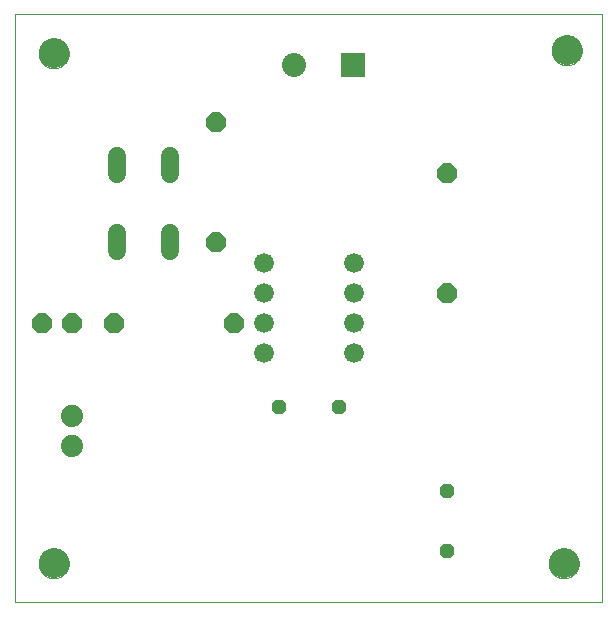
<source format=gbs>
G75*
%MOIN*%
%OFA0B0*%
%FSLAX25Y25*%
%IPPOS*%
%LPD*%
%AMOC8*
5,1,8,0,0,1.08239X$1,22.5*
%
%ADD10C,0.00000*%
%ADD11C,0.10000*%
%ADD12OC8,0.04800*%
%ADD13C,0.06600*%
%ADD14OC8,0.06600*%
%ADD15C,0.06000*%
%ADD16C,0.07400*%
%ADD17R,0.08000X0.08000*%
%ADD18C,0.08000*%
D10*
X0003000Y0003000D02*
X0003000Y0198961D01*
X0198701Y0198961D01*
X0198701Y0003000D01*
X0003000Y0003000D01*
X0011000Y0016000D02*
X0011002Y0016141D01*
X0011008Y0016282D01*
X0011018Y0016422D01*
X0011032Y0016562D01*
X0011050Y0016702D01*
X0011071Y0016841D01*
X0011097Y0016980D01*
X0011126Y0017118D01*
X0011160Y0017254D01*
X0011197Y0017390D01*
X0011238Y0017525D01*
X0011283Y0017659D01*
X0011332Y0017791D01*
X0011384Y0017922D01*
X0011440Y0018051D01*
X0011500Y0018178D01*
X0011563Y0018304D01*
X0011629Y0018428D01*
X0011700Y0018551D01*
X0011773Y0018671D01*
X0011850Y0018789D01*
X0011930Y0018905D01*
X0012014Y0019018D01*
X0012100Y0019129D01*
X0012190Y0019238D01*
X0012283Y0019344D01*
X0012378Y0019447D01*
X0012477Y0019548D01*
X0012578Y0019646D01*
X0012682Y0019741D01*
X0012789Y0019833D01*
X0012898Y0019922D01*
X0013010Y0020007D01*
X0013124Y0020090D01*
X0013240Y0020170D01*
X0013359Y0020246D01*
X0013480Y0020318D01*
X0013602Y0020388D01*
X0013727Y0020453D01*
X0013853Y0020516D01*
X0013981Y0020574D01*
X0014111Y0020629D01*
X0014242Y0020681D01*
X0014375Y0020728D01*
X0014509Y0020772D01*
X0014644Y0020813D01*
X0014780Y0020849D01*
X0014917Y0020881D01*
X0015055Y0020910D01*
X0015193Y0020935D01*
X0015333Y0020955D01*
X0015473Y0020972D01*
X0015613Y0020985D01*
X0015754Y0020994D01*
X0015894Y0020999D01*
X0016035Y0021000D01*
X0016176Y0020997D01*
X0016317Y0020990D01*
X0016457Y0020979D01*
X0016597Y0020964D01*
X0016737Y0020945D01*
X0016876Y0020923D01*
X0017014Y0020896D01*
X0017152Y0020866D01*
X0017288Y0020831D01*
X0017424Y0020793D01*
X0017558Y0020751D01*
X0017692Y0020705D01*
X0017824Y0020656D01*
X0017954Y0020602D01*
X0018083Y0020545D01*
X0018210Y0020485D01*
X0018336Y0020421D01*
X0018459Y0020353D01*
X0018581Y0020282D01*
X0018701Y0020208D01*
X0018818Y0020130D01*
X0018933Y0020049D01*
X0019046Y0019965D01*
X0019157Y0019878D01*
X0019265Y0019787D01*
X0019370Y0019694D01*
X0019473Y0019597D01*
X0019573Y0019498D01*
X0019670Y0019396D01*
X0019764Y0019291D01*
X0019855Y0019184D01*
X0019943Y0019074D01*
X0020028Y0018962D01*
X0020110Y0018847D01*
X0020189Y0018730D01*
X0020264Y0018611D01*
X0020336Y0018490D01*
X0020404Y0018367D01*
X0020469Y0018242D01*
X0020531Y0018115D01*
X0020588Y0017986D01*
X0020643Y0017856D01*
X0020693Y0017725D01*
X0020740Y0017592D01*
X0020783Y0017458D01*
X0020822Y0017322D01*
X0020857Y0017186D01*
X0020889Y0017049D01*
X0020916Y0016911D01*
X0020940Y0016772D01*
X0020960Y0016632D01*
X0020976Y0016492D01*
X0020988Y0016352D01*
X0020996Y0016211D01*
X0021000Y0016070D01*
X0021000Y0015930D01*
X0020996Y0015789D01*
X0020988Y0015648D01*
X0020976Y0015508D01*
X0020960Y0015368D01*
X0020940Y0015228D01*
X0020916Y0015089D01*
X0020889Y0014951D01*
X0020857Y0014814D01*
X0020822Y0014678D01*
X0020783Y0014542D01*
X0020740Y0014408D01*
X0020693Y0014275D01*
X0020643Y0014144D01*
X0020588Y0014014D01*
X0020531Y0013885D01*
X0020469Y0013758D01*
X0020404Y0013633D01*
X0020336Y0013510D01*
X0020264Y0013389D01*
X0020189Y0013270D01*
X0020110Y0013153D01*
X0020028Y0013038D01*
X0019943Y0012926D01*
X0019855Y0012816D01*
X0019764Y0012709D01*
X0019670Y0012604D01*
X0019573Y0012502D01*
X0019473Y0012403D01*
X0019370Y0012306D01*
X0019265Y0012213D01*
X0019157Y0012122D01*
X0019046Y0012035D01*
X0018933Y0011951D01*
X0018818Y0011870D01*
X0018701Y0011792D01*
X0018581Y0011718D01*
X0018459Y0011647D01*
X0018336Y0011579D01*
X0018210Y0011515D01*
X0018083Y0011455D01*
X0017954Y0011398D01*
X0017824Y0011344D01*
X0017692Y0011295D01*
X0017558Y0011249D01*
X0017424Y0011207D01*
X0017288Y0011169D01*
X0017152Y0011134D01*
X0017014Y0011104D01*
X0016876Y0011077D01*
X0016737Y0011055D01*
X0016597Y0011036D01*
X0016457Y0011021D01*
X0016317Y0011010D01*
X0016176Y0011003D01*
X0016035Y0011000D01*
X0015894Y0011001D01*
X0015754Y0011006D01*
X0015613Y0011015D01*
X0015473Y0011028D01*
X0015333Y0011045D01*
X0015193Y0011065D01*
X0015055Y0011090D01*
X0014917Y0011119D01*
X0014780Y0011151D01*
X0014644Y0011187D01*
X0014509Y0011228D01*
X0014375Y0011272D01*
X0014242Y0011319D01*
X0014111Y0011371D01*
X0013981Y0011426D01*
X0013853Y0011484D01*
X0013727Y0011547D01*
X0013602Y0011612D01*
X0013480Y0011682D01*
X0013359Y0011754D01*
X0013240Y0011830D01*
X0013124Y0011910D01*
X0013010Y0011993D01*
X0012898Y0012078D01*
X0012789Y0012167D01*
X0012682Y0012259D01*
X0012578Y0012354D01*
X0012477Y0012452D01*
X0012378Y0012553D01*
X0012283Y0012656D01*
X0012190Y0012762D01*
X0012100Y0012871D01*
X0012014Y0012982D01*
X0011930Y0013095D01*
X0011850Y0013211D01*
X0011773Y0013329D01*
X0011700Y0013449D01*
X0011629Y0013572D01*
X0011563Y0013696D01*
X0011500Y0013822D01*
X0011440Y0013949D01*
X0011384Y0014078D01*
X0011332Y0014209D01*
X0011283Y0014341D01*
X0011238Y0014475D01*
X0011197Y0014610D01*
X0011160Y0014746D01*
X0011126Y0014882D01*
X0011097Y0015020D01*
X0011071Y0015159D01*
X0011050Y0015298D01*
X0011032Y0015438D01*
X0011018Y0015578D01*
X0011008Y0015718D01*
X0011002Y0015859D01*
X0011000Y0016000D01*
X0011000Y0186000D02*
X0011002Y0186141D01*
X0011008Y0186282D01*
X0011018Y0186422D01*
X0011032Y0186562D01*
X0011050Y0186702D01*
X0011071Y0186841D01*
X0011097Y0186980D01*
X0011126Y0187118D01*
X0011160Y0187254D01*
X0011197Y0187390D01*
X0011238Y0187525D01*
X0011283Y0187659D01*
X0011332Y0187791D01*
X0011384Y0187922D01*
X0011440Y0188051D01*
X0011500Y0188178D01*
X0011563Y0188304D01*
X0011629Y0188428D01*
X0011700Y0188551D01*
X0011773Y0188671D01*
X0011850Y0188789D01*
X0011930Y0188905D01*
X0012014Y0189018D01*
X0012100Y0189129D01*
X0012190Y0189238D01*
X0012283Y0189344D01*
X0012378Y0189447D01*
X0012477Y0189548D01*
X0012578Y0189646D01*
X0012682Y0189741D01*
X0012789Y0189833D01*
X0012898Y0189922D01*
X0013010Y0190007D01*
X0013124Y0190090D01*
X0013240Y0190170D01*
X0013359Y0190246D01*
X0013480Y0190318D01*
X0013602Y0190388D01*
X0013727Y0190453D01*
X0013853Y0190516D01*
X0013981Y0190574D01*
X0014111Y0190629D01*
X0014242Y0190681D01*
X0014375Y0190728D01*
X0014509Y0190772D01*
X0014644Y0190813D01*
X0014780Y0190849D01*
X0014917Y0190881D01*
X0015055Y0190910D01*
X0015193Y0190935D01*
X0015333Y0190955D01*
X0015473Y0190972D01*
X0015613Y0190985D01*
X0015754Y0190994D01*
X0015894Y0190999D01*
X0016035Y0191000D01*
X0016176Y0190997D01*
X0016317Y0190990D01*
X0016457Y0190979D01*
X0016597Y0190964D01*
X0016737Y0190945D01*
X0016876Y0190923D01*
X0017014Y0190896D01*
X0017152Y0190866D01*
X0017288Y0190831D01*
X0017424Y0190793D01*
X0017558Y0190751D01*
X0017692Y0190705D01*
X0017824Y0190656D01*
X0017954Y0190602D01*
X0018083Y0190545D01*
X0018210Y0190485D01*
X0018336Y0190421D01*
X0018459Y0190353D01*
X0018581Y0190282D01*
X0018701Y0190208D01*
X0018818Y0190130D01*
X0018933Y0190049D01*
X0019046Y0189965D01*
X0019157Y0189878D01*
X0019265Y0189787D01*
X0019370Y0189694D01*
X0019473Y0189597D01*
X0019573Y0189498D01*
X0019670Y0189396D01*
X0019764Y0189291D01*
X0019855Y0189184D01*
X0019943Y0189074D01*
X0020028Y0188962D01*
X0020110Y0188847D01*
X0020189Y0188730D01*
X0020264Y0188611D01*
X0020336Y0188490D01*
X0020404Y0188367D01*
X0020469Y0188242D01*
X0020531Y0188115D01*
X0020588Y0187986D01*
X0020643Y0187856D01*
X0020693Y0187725D01*
X0020740Y0187592D01*
X0020783Y0187458D01*
X0020822Y0187322D01*
X0020857Y0187186D01*
X0020889Y0187049D01*
X0020916Y0186911D01*
X0020940Y0186772D01*
X0020960Y0186632D01*
X0020976Y0186492D01*
X0020988Y0186352D01*
X0020996Y0186211D01*
X0021000Y0186070D01*
X0021000Y0185930D01*
X0020996Y0185789D01*
X0020988Y0185648D01*
X0020976Y0185508D01*
X0020960Y0185368D01*
X0020940Y0185228D01*
X0020916Y0185089D01*
X0020889Y0184951D01*
X0020857Y0184814D01*
X0020822Y0184678D01*
X0020783Y0184542D01*
X0020740Y0184408D01*
X0020693Y0184275D01*
X0020643Y0184144D01*
X0020588Y0184014D01*
X0020531Y0183885D01*
X0020469Y0183758D01*
X0020404Y0183633D01*
X0020336Y0183510D01*
X0020264Y0183389D01*
X0020189Y0183270D01*
X0020110Y0183153D01*
X0020028Y0183038D01*
X0019943Y0182926D01*
X0019855Y0182816D01*
X0019764Y0182709D01*
X0019670Y0182604D01*
X0019573Y0182502D01*
X0019473Y0182403D01*
X0019370Y0182306D01*
X0019265Y0182213D01*
X0019157Y0182122D01*
X0019046Y0182035D01*
X0018933Y0181951D01*
X0018818Y0181870D01*
X0018701Y0181792D01*
X0018581Y0181718D01*
X0018459Y0181647D01*
X0018336Y0181579D01*
X0018210Y0181515D01*
X0018083Y0181455D01*
X0017954Y0181398D01*
X0017824Y0181344D01*
X0017692Y0181295D01*
X0017558Y0181249D01*
X0017424Y0181207D01*
X0017288Y0181169D01*
X0017152Y0181134D01*
X0017014Y0181104D01*
X0016876Y0181077D01*
X0016737Y0181055D01*
X0016597Y0181036D01*
X0016457Y0181021D01*
X0016317Y0181010D01*
X0016176Y0181003D01*
X0016035Y0181000D01*
X0015894Y0181001D01*
X0015754Y0181006D01*
X0015613Y0181015D01*
X0015473Y0181028D01*
X0015333Y0181045D01*
X0015193Y0181065D01*
X0015055Y0181090D01*
X0014917Y0181119D01*
X0014780Y0181151D01*
X0014644Y0181187D01*
X0014509Y0181228D01*
X0014375Y0181272D01*
X0014242Y0181319D01*
X0014111Y0181371D01*
X0013981Y0181426D01*
X0013853Y0181484D01*
X0013727Y0181547D01*
X0013602Y0181612D01*
X0013480Y0181682D01*
X0013359Y0181754D01*
X0013240Y0181830D01*
X0013124Y0181910D01*
X0013010Y0181993D01*
X0012898Y0182078D01*
X0012789Y0182167D01*
X0012682Y0182259D01*
X0012578Y0182354D01*
X0012477Y0182452D01*
X0012378Y0182553D01*
X0012283Y0182656D01*
X0012190Y0182762D01*
X0012100Y0182871D01*
X0012014Y0182982D01*
X0011930Y0183095D01*
X0011850Y0183211D01*
X0011773Y0183329D01*
X0011700Y0183449D01*
X0011629Y0183572D01*
X0011563Y0183696D01*
X0011500Y0183822D01*
X0011440Y0183949D01*
X0011384Y0184078D01*
X0011332Y0184209D01*
X0011283Y0184341D01*
X0011238Y0184475D01*
X0011197Y0184610D01*
X0011160Y0184746D01*
X0011126Y0184882D01*
X0011097Y0185020D01*
X0011071Y0185159D01*
X0011050Y0185298D01*
X0011032Y0185438D01*
X0011018Y0185578D01*
X0011008Y0185718D01*
X0011002Y0185859D01*
X0011000Y0186000D01*
X0182000Y0187000D02*
X0182002Y0187141D01*
X0182008Y0187282D01*
X0182018Y0187422D01*
X0182032Y0187562D01*
X0182050Y0187702D01*
X0182071Y0187841D01*
X0182097Y0187980D01*
X0182126Y0188118D01*
X0182160Y0188254D01*
X0182197Y0188390D01*
X0182238Y0188525D01*
X0182283Y0188659D01*
X0182332Y0188791D01*
X0182384Y0188922D01*
X0182440Y0189051D01*
X0182500Y0189178D01*
X0182563Y0189304D01*
X0182629Y0189428D01*
X0182700Y0189551D01*
X0182773Y0189671D01*
X0182850Y0189789D01*
X0182930Y0189905D01*
X0183014Y0190018D01*
X0183100Y0190129D01*
X0183190Y0190238D01*
X0183283Y0190344D01*
X0183378Y0190447D01*
X0183477Y0190548D01*
X0183578Y0190646D01*
X0183682Y0190741D01*
X0183789Y0190833D01*
X0183898Y0190922D01*
X0184010Y0191007D01*
X0184124Y0191090D01*
X0184240Y0191170D01*
X0184359Y0191246D01*
X0184480Y0191318D01*
X0184602Y0191388D01*
X0184727Y0191453D01*
X0184853Y0191516D01*
X0184981Y0191574D01*
X0185111Y0191629D01*
X0185242Y0191681D01*
X0185375Y0191728D01*
X0185509Y0191772D01*
X0185644Y0191813D01*
X0185780Y0191849D01*
X0185917Y0191881D01*
X0186055Y0191910D01*
X0186193Y0191935D01*
X0186333Y0191955D01*
X0186473Y0191972D01*
X0186613Y0191985D01*
X0186754Y0191994D01*
X0186894Y0191999D01*
X0187035Y0192000D01*
X0187176Y0191997D01*
X0187317Y0191990D01*
X0187457Y0191979D01*
X0187597Y0191964D01*
X0187737Y0191945D01*
X0187876Y0191923D01*
X0188014Y0191896D01*
X0188152Y0191866D01*
X0188288Y0191831D01*
X0188424Y0191793D01*
X0188558Y0191751D01*
X0188692Y0191705D01*
X0188824Y0191656D01*
X0188954Y0191602D01*
X0189083Y0191545D01*
X0189210Y0191485D01*
X0189336Y0191421D01*
X0189459Y0191353D01*
X0189581Y0191282D01*
X0189701Y0191208D01*
X0189818Y0191130D01*
X0189933Y0191049D01*
X0190046Y0190965D01*
X0190157Y0190878D01*
X0190265Y0190787D01*
X0190370Y0190694D01*
X0190473Y0190597D01*
X0190573Y0190498D01*
X0190670Y0190396D01*
X0190764Y0190291D01*
X0190855Y0190184D01*
X0190943Y0190074D01*
X0191028Y0189962D01*
X0191110Y0189847D01*
X0191189Y0189730D01*
X0191264Y0189611D01*
X0191336Y0189490D01*
X0191404Y0189367D01*
X0191469Y0189242D01*
X0191531Y0189115D01*
X0191588Y0188986D01*
X0191643Y0188856D01*
X0191693Y0188725D01*
X0191740Y0188592D01*
X0191783Y0188458D01*
X0191822Y0188322D01*
X0191857Y0188186D01*
X0191889Y0188049D01*
X0191916Y0187911D01*
X0191940Y0187772D01*
X0191960Y0187632D01*
X0191976Y0187492D01*
X0191988Y0187352D01*
X0191996Y0187211D01*
X0192000Y0187070D01*
X0192000Y0186930D01*
X0191996Y0186789D01*
X0191988Y0186648D01*
X0191976Y0186508D01*
X0191960Y0186368D01*
X0191940Y0186228D01*
X0191916Y0186089D01*
X0191889Y0185951D01*
X0191857Y0185814D01*
X0191822Y0185678D01*
X0191783Y0185542D01*
X0191740Y0185408D01*
X0191693Y0185275D01*
X0191643Y0185144D01*
X0191588Y0185014D01*
X0191531Y0184885D01*
X0191469Y0184758D01*
X0191404Y0184633D01*
X0191336Y0184510D01*
X0191264Y0184389D01*
X0191189Y0184270D01*
X0191110Y0184153D01*
X0191028Y0184038D01*
X0190943Y0183926D01*
X0190855Y0183816D01*
X0190764Y0183709D01*
X0190670Y0183604D01*
X0190573Y0183502D01*
X0190473Y0183403D01*
X0190370Y0183306D01*
X0190265Y0183213D01*
X0190157Y0183122D01*
X0190046Y0183035D01*
X0189933Y0182951D01*
X0189818Y0182870D01*
X0189701Y0182792D01*
X0189581Y0182718D01*
X0189459Y0182647D01*
X0189336Y0182579D01*
X0189210Y0182515D01*
X0189083Y0182455D01*
X0188954Y0182398D01*
X0188824Y0182344D01*
X0188692Y0182295D01*
X0188558Y0182249D01*
X0188424Y0182207D01*
X0188288Y0182169D01*
X0188152Y0182134D01*
X0188014Y0182104D01*
X0187876Y0182077D01*
X0187737Y0182055D01*
X0187597Y0182036D01*
X0187457Y0182021D01*
X0187317Y0182010D01*
X0187176Y0182003D01*
X0187035Y0182000D01*
X0186894Y0182001D01*
X0186754Y0182006D01*
X0186613Y0182015D01*
X0186473Y0182028D01*
X0186333Y0182045D01*
X0186193Y0182065D01*
X0186055Y0182090D01*
X0185917Y0182119D01*
X0185780Y0182151D01*
X0185644Y0182187D01*
X0185509Y0182228D01*
X0185375Y0182272D01*
X0185242Y0182319D01*
X0185111Y0182371D01*
X0184981Y0182426D01*
X0184853Y0182484D01*
X0184727Y0182547D01*
X0184602Y0182612D01*
X0184480Y0182682D01*
X0184359Y0182754D01*
X0184240Y0182830D01*
X0184124Y0182910D01*
X0184010Y0182993D01*
X0183898Y0183078D01*
X0183789Y0183167D01*
X0183682Y0183259D01*
X0183578Y0183354D01*
X0183477Y0183452D01*
X0183378Y0183553D01*
X0183283Y0183656D01*
X0183190Y0183762D01*
X0183100Y0183871D01*
X0183014Y0183982D01*
X0182930Y0184095D01*
X0182850Y0184211D01*
X0182773Y0184329D01*
X0182700Y0184449D01*
X0182629Y0184572D01*
X0182563Y0184696D01*
X0182500Y0184822D01*
X0182440Y0184949D01*
X0182384Y0185078D01*
X0182332Y0185209D01*
X0182283Y0185341D01*
X0182238Y0185475D01*
X0182197Y0185610D01*
X0182160Y0185746D01*
X0182126Y0185882D01*
X0182097Y0186020D01*
X0182071Y0186159D01*
X0182050Y0186298D01*
X0182032Y0186438D01*
X0182018Y0186578D01*
X0182008Y0186718D01*
X0182002Y0186859D01*
X0182000Y0187000D01*
X0181000Y0016000D02*
X0181002Y0016141D01*
X0181008Y0016282D01*
X0181018Y0016422D01*
X0181032Y0016562D01*
X0181050Y0016702D01*
X0181071Y0016841D01*
X0181097Y0016980D01*
X0181126Y0017118D01*
X0181160Y0017254D01*
X0181197Y0017390D01*
X0181238Y0017525D01*
X0181283Y0017659D01*
X0181332Y0017791D01*
X0181384Y0017922D01*
X0181440Y0018051D01*
X0181500Y0018178D01*
X0181563Y0018304D01*
X0181629Y0018428D01*
X0181700Y0018551D01*
X0181773Y0018671D01*
X0181850Y0018789D01*
X0181930Y0018905D01*
X0182014Y0019018D01*
X0182100Y0019129D01*
X0182190Y0019238D01*
X0182283Y0019344D01*
X0182378Y0019447D01*
X0182477Y0019548D01*
X0182578Y0019646D01*
X0182682Y0019741D01*
X0182789Y0019833D01*
X0182898Y0019922D01*
X0183010Y0020007D01*
X0183124Y0020090D01*
X0183240Y0020170D01*
X0183359Y0020246D01*
X0183480Y0020318D01*
X0183602Y0020388D01*
X0183727Y0020453D01*
X0183853Y0020516D01*
X0183981Y0020574D01*
X0184111Y0020629D01*
X0184242Y0020681D01*
X0184375Y0020728D01*
X0184509Y0020772D01*
X0184644Y0020813D01*
X0184780Y0020849D01*
X0184917Y0020881D01*
X0185055Y0020910D01*
X0185193Y0020935D01*
X0185333Y0020955D01*
X0185473Y0020972D01*
X0185613Y0020985D01*
X0185754Y0020994D01*
X0185894Y0020999D01*
X0186035Y0021000D01*
X0186176Y0020997D01*
X0186317Y0020990D01*
X0186457Y0020979D01*
X0186597Y0020964D01*
X0186737Y0020945D01*
X0186876Y0020923D01*
X0187014Y0020896D01*
X0187152Y0020866D01*
X0187288Y0020831D01*
X0187424Y0020793D01*
X0187558Y0020751D01*
X0187692Y0020705D01*
X0187824Y0020656D01*
X0187954Y0020602D01*
X0188083Y0020545D01*
X0188210Y0020485D01*
X0188336Y0020421D01*
X0188459Y0020353D01*
X0188581Y0020282D01*
X0188701Y0020208D01*
X0188818Y0020130D01*
X0188933Y0020049D01*
X0189046Y0019965D01*
X0189157Y0019878D01*
X0189265Y0019787D01*
X0189370Y0019694D01*
X0189473Y0019597D01*
X0189573Y0019498D01*
X0189670Y0019396D01*
X0189764Y0019291D01*
X0189855Y0019184D01*
X0189943Y0019074D01*
X0190028Y0018962D01*
X0190110Y0018847D01*
X0190189Y0018730D01*
X0190264Y0018611D01*
X0190336Y0018490D01*
X0190404Y0018367D01*
X0190469Y0018242D01*
X0190531Y0018115D01*
X0190588Y0017986D01*
X0190643Y0017856D01*
X0190693Y0017725D01*
X0190740Y0017592D01*
X0190783Y0017458D01*
X0190822Y0017322D01*
X0190857Y0017186D01*
X0190889Y0017049D01*
X0190916Y0016911D01*
X0190940Y0016772D01*
X0190960Y0016632D01*
X0190976Y0016492D01*
X0190988Y0016352D01*
X0190996Y0016211D01*
X0191000Y0016070D01*
X0191000Y0015930D01*
X0190996Y0015789D01*
X0190988Y0015648D01*
X0190976Y0015508D01*
X0190960Y0015368D01*
X0190940Y0015228D01*
X0190916Y0015089D01*
X0190889Y0014951D01*
X0190857Y0014814D01*
X0190822Y0014678D01*
X0190783Y0014542D01*
X0190740Y0014408D01*
X0190693Y0014275D01*
X0190643Y0014144D01*
X0190588Y0014014D01*
X0190531Y0013885D01*
X0190469Y0013758D01*
X0190404Y0013633D01*
X0190336Y0013510D01*
X0190264Y0013389D01*
X0190189Y0013270D01*
X0190110Y0013153D01*
X0190028Y0013038D01*
X0189943Y0012926D01*
X0189855Y0012816D01*
X0189764Y0012709D01*
X0189670Y0012604D01*
X0189573Y0012502D01*
X0189473Y0012403D01*
X0189370Y0012306D01*
X0189265Y0012213D01*
X0189157Y0012122D01*
X0189046Y0012035D01*
X0188933Y0011951D01*
X0188818Y0011870D01*
X0188701Y0011792D01*
X0188581Y0011718D01*
X0188459Y0011647D01*
X0188336Y0011579D01*
X0188210Y0011515D01*
X0188083Y0011455D01*
X0187954Y0011398D01*
X0187824Y0011344D01*
X0187692Y0011295D01*
X0187558Y0011249D01*
X0187424Y0011207D01*
X0187288Y0011169D01*
X0187152Y0011134D01*
X0187014Y0011104D01*
X0186876Y0011077D01*
X0186737Y0011055D01*
X0186597Y0011036D01*
X0186457Y0011021D01*
X0186317Y0011010D01*
X0186176Y0011003D01*
X0186035Y0011000D01*
X0185894Y0011001D01*
X0185754Y0011006D01*
X0185613Y0011015D01*
X0185473Y0011028D01*
X0185333Y0011045D01*
X0185193Y0011065D01*
X0185055Y0011090D01*
X0184917Y0011119D01*
X0184780Y0011151D01*
X0184644Y0011187D01*
X0184509Y0011228D01*
X0184375Y0011272D01*
X0184242Y0011319D01*
X0184111Y0011371D01*
X0183981Y0011426D01*
X0183853Y0011484D01*
X0183727Y0011547D01*
X0183602Y0011612D01*
X0183480Y0011682D01*
X0183359Y0011754D01*
X0183240Y0011830D01*
X0183124Y0011910D01*
X0183010Y0011993D01*
X0182898Y0012078D01*
X0182789Y0012167D01*
X0182682Y0012259D01*
X0182578Y0012354D01*
X0182477Y0012452D01*
X0182378Y0012553D01*
X0182283Y0012656D01*
X0182190Y0012762D01*
X0182100Y0012871D01*
X0182014Y0012982D01*
X0181930Y0013095D01*
X0181850Y0013211D01*
X0181773Y0013329D01*
X0181700Y0013449D01*
X0181629Y0013572D01*
X0181563Y0013696D01*
X0181500Y0013822D01*
X0181440Y0013949D01*
X0181384Y0014078D01*
X0181332Y0014209D01*
X0181283Y0014341D01*
X0181238Y0014475D01*
X0181197Y0014610D01*
X0181160Y0014746D01*
X0181126Y0014882D01*
X0181097Y0015020D01*
X0181071Y0015159D01*
X0181050Y0015298D01*
X0181032Y0015438D01*
X0181018Y0015578D01*
X0181008Y0015718D01*
X0181002Y0015859D01*
X0181000Y0016000D01*
D11*
X0186000Y0016000D03*
X0016000Y0016000D03*
X0016000Y0186000D03*
X0187000Y0187000D03*
D12*
X0111000Y0068000D03*
X0091000Y0068000D03*
X0147000Y0040000D03*
X0147000Y0020000D03*
D13*
X0116000Y0086000D03*
X0116000Y0096000D03*
X0116000Y0106000D03*
X0116000Y0116000D03*
X0086000Y0116000D03*
X0086000Y0106000D03*
X0086000Y0096000D03*
X0086000Y0086000D03*
D14*
X0076000Y0096000D03*
X0070000Y0123000D03*
X0036000Y0096000D03*
X0022000Y0096000D03*
X0012000Y0096000D03*
X0070000Y0163000D03*
X0147000Y0146000D03*
X0147000Y0106000D03*
D15*
X0054900Y0120200D02*
X0054900Y0126200D01*
X0037100Y0126200D02*
X0037100Y0120200D01*
X0037100Y0145800D02*
X0037100Y0151800D01*
X0054900Y0151800D02*
X0054900Y0145800D01*
D16*
X0022000Y0065000D03*
X0022000Y0055000D03*
D17*
X0115843Y0182000D03*
D18*
X0096157Y0182000D03*
M02*

</source>
